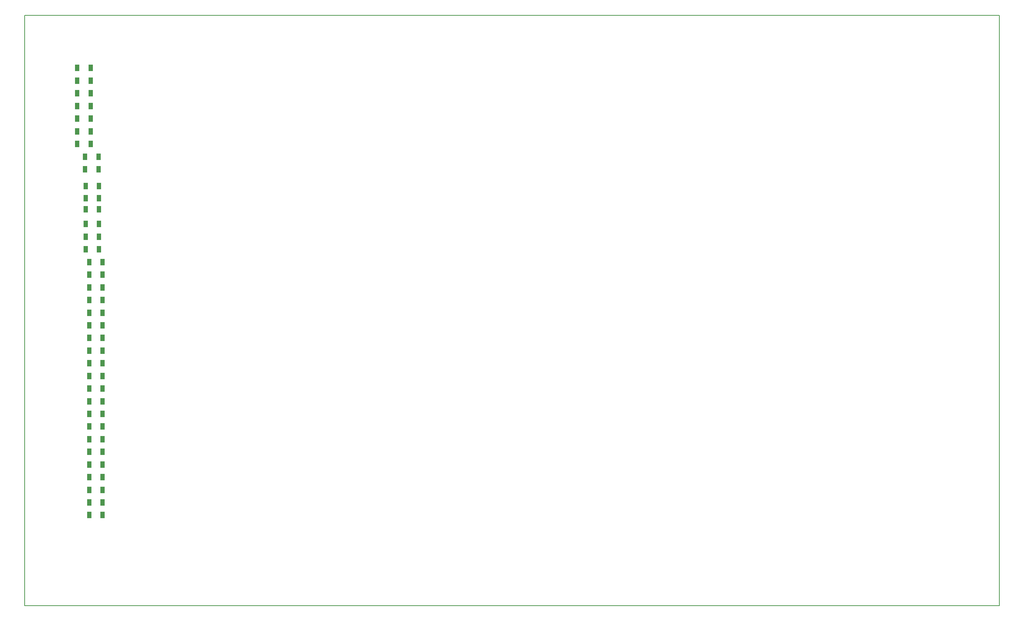
<source format=gbr>
G04 PROTEUS GERBER X2 FILE*
%TF.GenerationSoftware,Labcenter,Proteus,8.6-SP2-Build23525*%
%TF.CreationDate,2023-01-18T21:31:38+00:00*%
%TF.FileFunction,Paste,Bot*%
%TF.FilePolarity,Positive*%
%TF.Part,Single*%
%FSLAX45Y45*%
%MOMM*%
G01*
%TA.AperFunction,Material*%
%ADD24R,1.016000X1.524000*%
%TA.AperFunction,Profile*%
%ADD16C,0.203200*%
%TD.AperFunction*%
D24*
X-9855252Y+5550000D03*
X-9540292Y+5550000D03*
X-9855252Y+5250000D03*
X-9540292Y+5250000D03*
X-9855252Y+4650000D03*
X-9540292Y+4650000D03*
X-9855252Y+4050000D03*
X-9540292Y+4050000D03*
X-9855252Y+4950000D03*
X-9540292Y+4950000D03*
X-9855252Y+4350000D03*
X-9540292Y+4350000D03*
X-9855252Y+3750000D03*
X-9540292Y+3750000D03*
X-9670212Y+3450000D03*
X-9355252Y+3450000D03*
X-9670212Y+3150000D03*
X-9355252Y+3150000D03*
X-9655252Y+2750000D03*
X-9340292Y+2750000D03*
X-9655252Y+2460000D03*
X-9340292Y+2460000D03*
X-9655252Y+2200000D03*
X-9340292Y+2200000D03*
X-9655252Y+1850000D03*
X-9340292Y+1850000D03*
X-9655252Y+1550000D03*
X-9340292Y+1550000D03*
X-9655252Y+1250000D03*
X-9340292Y+1250000D03*
X-9570212Y+950000D03*
X-9255252Y+950000D03*
X-9570212Y+650000D03*
X-9255252Y+650000D03*
X-9570212Y+350000D03*
X-9255252Y+350000D03*
X-9570212Y+50000D03*
X-9255252Y+50000D03*
X-9570212Y-250000D03*
X-9255252Y-250000D03*
X-9570212Y-550000D03*
X-9255252Y-550000D03*
X-9570212Y-850000D03*
X-9255252Y-850000D03*
X-9570212Y-1150000D03*
X-9255252Y-1150000D03*
X-9570212Y-1450000D03*
X-9255252Y-1450000D03*
X-9570212Y-1750000D03*
X-9255252Y-1750000D03*
X-9570212Y-2050000D03*
X-9255252Y-2050000D03*
X-9570212Y-2350000D03*
X-9255252Y-2350000D03*
X-9570212Y-2650000D03*
X-9255252Y-2650000D03*
X-9570212Y-2950000D03*
X-9255252Y-2950000D03*
X-9570212Y-3550000D03*
X-9255252Y-3550000D03*
X-9570212Y-3250000D03*
X-9255252Y-3250000D03*
X-9570212Y-3850000D03*
X-9255252Y-3850000D03*
X-9570212Y-4150000D03*
X-9255252Y-4150000D03*
X-9570212Y-4450000D03*
X-9255252Y-4450000D03*
X-9570212Y-4750000D03*
X-9255252Y-4750000D03*
X-9570212Y-5050000D03*
X-9255252Y-5050000D03*
D16*
X-11100000Y-7200000D02*
X+12000000Y-7200000D01*
X+12000000Y+6800000D01*
X-11100000Y+6800000D01*
X-11100000Y-7200000D01*
M02*

</source>
